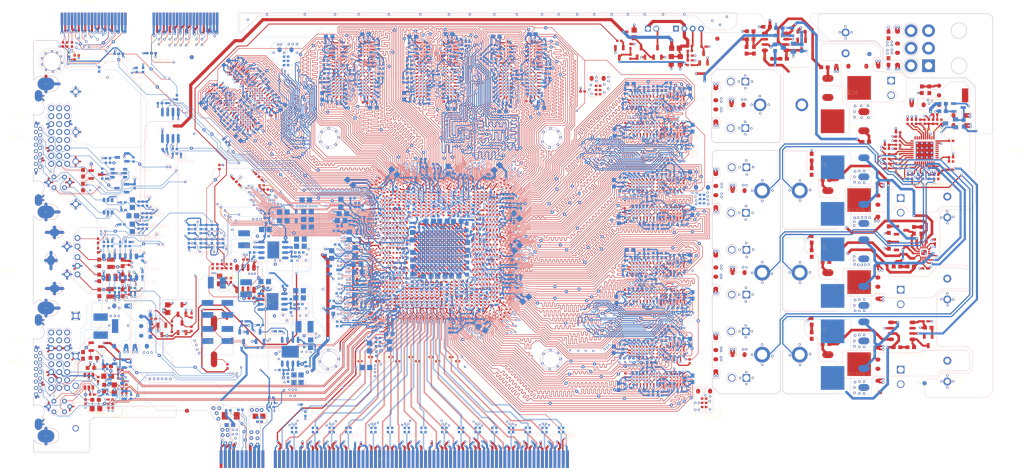
<source format=kicad_pcb>
(kicad_pcb (version 20211014) (generator pcbnew)

  (general
    (thickness 1.6)
  )

  (paper "A4")
  (layers
    (0 "F.Cu" signal)
    (31 "B.Cu" signal)
    (32 "B.Adhes" user "B.Adhesive")
    (33 "F.Adhes" user "F.Adhesive")
    (34 "B.Paste" user)
    (35 "F.Paste" user)
    (36 "B.SilkS" user "B.Silkscreen")
    (37 "F.SilkS" user "F.Silkscreen")
    (38 "B.Mask" user)
    (39 "F.Mask" user)
    (40 "Dwgs.User" user "User.Drawings")
    (41 "Cmts.User" user "User.Comments")
    (42 "Eco1.User" user "User.Eco1")
    (43 "Eco2.User" user "User.Eco2")
    (44 "Edge.Cuts" user)
    (45 "Margin" user)
    (46 "B.CrtYd" user "B.Courtyard")
    (47 "F.CrtYd" user "F.Courtyard")
    (48 "B.Fab" user)
    (49 "F.Fab" user)
    (50 "User.1" user)
    (51 "User.2" user)
    (52 "User.3" user)
    (53 "User.4" user)
    (54 "User.5" user)
    (55 "User.6" user)
    (56 "User.7" user)
    (57 "User.8" user)
    (58 "User.9" user)
  )

  (setup
    (pad_to_mask_clearance 0)
    (pcbplotparams
      (layerselection 0x00010fc_ffffffff)
      (disableapertmacros false)
      (usegerberextensions false)
      (usegerberattributes true)
      (usegerberadvancedattributes true)
      (creategerberjobfile true)
      (svguseinch false)
      (svgprecision 6)
      (excludeedgelayer true)
      (plotframeref false)
      (viasonmask false)
      (mode 1)
      (useauxorigin false)
      (hpglpennumber 1)
      (hpglpenspeed 20)
      (hpglpendiameter 15.000000)
      (dxfpolygonmode true)
      (dxfimperialunits true)
      (dxfusepcbnewfont true)
      (psnegative false)
      (psa4output false)
      (plotreference true)
      (plotvalue true)
      (plotinvisibletext false)
      (sketchpadsonfab false)
      (subtractmaskfromsilk false)
      (outputformat 1)
      (mirror false)
      (drillshape 1)
      (scaleselection 1)
      (outputdirectory "")
    )
  )

  (net 0 "")
  (net 1 "HSYNC_DAC2_B")
  (net 2 "HSYNC2")
  (net 3 "VSYNC_DAC1_B")
  (net 4 "GND")
  (net 5 "VSYNC_DAC2_B")
  (net 6 "VSYNC1")
  (net 7 "VSYNC2")
  (net 8 "+5V")
  (net 9 "HSYNC1")
  (net 10 "HSYNC_DAC1_B")
  (net 11 "+5V_VESA")
  (net 12 "+MVDD")
  (net 13 "XTALOUT")
  (net 14 "XTALIN")
  (net 15 "LDO6_VREF")
  (net 16 "LDO6_FB")
  (net 17 "+VDDCI_LDO")
  (net 18 "LDO6_VIN")
  (net 19 "N87118008")
  (net 20 "N87118444")
  (net 21 "LDO2_FB")
  (net 22 "+1.8V")
  (net 23 "LDO2_VIN")
  (net 24 "LDO_EN")
  (net 25 "N87118142")
  (net 26 "LDO3_FB")
  (net 27 "+1.1V")
  (net 28 "LDO3_VIN")
  (net 29 "N87118495")
  (net 30 "N87118038")
  (net 31 "+3.3V_BUS")
  (net 32 "N87118360")
  (net 33 "+12V_BUS")
  (net 34 "N87188969")
  (net 35 "+3.3V")
  (net 36 "+VDDCI")
  (net 37 "A_DAC2_B")
  (net 38 "A_B_DAC2_F")
  (net 39 "A_DAC2_G")
  (net 40 "A_G_DAC2_F")
  (net 41 "A_DAC2_R")
  (net 42 "A_R_DAC2_F")
  (net 43 "A_DAC1_B")
  (net 44 "A_B_DAC1_F")
  (net 45 "A_DAC1_G")
  (net 46 "A_G_DAC1_F")
  (net 47 "A_DAC1_R")
  (net 48 "A_R_DAC1_F")
  (net 49 "HSYNC_DAC2_R")
  (net 50 "DDCCLK_DAC2_R")
  (net 51 "VSYNC_DAC2_R")
  (net 52 "DDCDATA_DAC2_R")
  (net 53 "HSYNC_DAC1_R")
  (net 54 "DDCCLK_DAC1_R")
  (net 55 "VSYNC_DAC1_R")
  (net 56 "DDCDATA_DAC1_R")
  (net 57 "N86495082")
  (net 58 "N85769340")
  (net 59 "N85769021")
  (net 60 "+12V_EXT")
  (net 61 "N85769551")
  (net 62 "N85769539")
  (net 63 "UG2")
  (net 64 "BOOT2")
  (net 65 "BOOT1")
  (net 66 "UG1")
  (net 67 "LG2")
  (net 68 "APHASE_2")
  (net 69 "LG1")
  (net 70 "APHASE_1")
  (net 71 "PWM1")
  (net 72 "PWM2")
  (net 73 "PERST#")
  (net 74 "PERST#_BUF")
  (net 75 "THERMINT")
  (net 76 "GPU_DPLUS")
  (net 77 "GPU_DMINUS")
  (net 78 "LM63_PWM")
  (net 79 "SCL_R")
  (net 80 "SDA_R")
  (net 81 "N87528545")
  (net 82 "VDD_+5V")
  (net 83 "N86495804")
  (net 84 "MAD_4")
  (net 85 "MAD_5")
  (net 86 "MAD_8")
  (net 87 "MAD_7")
  (net 88 "MAD_6")
  (net 89 "MAD_9")
  (net 90 "MAD_0")
  (net 91 "MAD_1")
  (net 92 "MAD_2")
  (net 93 "MAD_11")
  (net 94 "MAD_10")
  (net 95 "MAD_3")
  (net 96 "MAD_BA1")
  (net 97 "MAD_BA0")
  (net 98 "RASD1B")
  (net 99 "CLKD1")
  (net 100 "WED1B")
  (net 101 "CSD1B_0")
  (net 102 "CLKD1B")
  (net 103 "CASD1B")
  (net 104 "DQMDB_5")
  (net 105 "DQMDB_7")
  (net 106 "DQMDB_6")
  (net 107 "DQMDB_4")
  (net 108 "DQD_45")
  (net 109 "DQD_46")
  (net 110 "DQD_58")
  (net 111 "DQD_62")
  (net 112 "DQD_63")
  (net 113 "DQD_61")
  (net 114 "DQD_56")
  (net 115 "DQD_59")
  (net 116 "DQD_48")
  (net 117 "DQD_51")
  (net 118 "DQD_49")
  (net 119 "DQD_50")
  (net 120 "DQD_44")
  (net 121 "DQD_52")
  (net 122 "DQD_54")
  (net 123 "DQD_53")
  (net 124 "DQD_55")
  (net 125 "DQD_37")
  (net 126 "DQD_39")
  (net 127 "DQD_36")
  (net 128 "DQD_38")
  (net 129 "DQD_35")
  (net 130 "DQD_34")
  (net 131 "DQD_47")
  (net 132 "DQD_33")
  (net 133 "DQD_32")
  (net 134 "DQD_43")
  (net 135 "DQD_42")
  (net 136 "DQD_41")
  (net 137 "DQD_40")
  (net 138 "DQD_57")
  (net 139 "DQD_60")
  (net 140 "QSD_5")
  (net 141 "QSD_7")
  (net 142 "QSD_6")
  (net 143 "QSD_4")
  (net 144 "DRAM_RST")
  (net 145 "MAD_BA2")
  (net 146 "N48570141")
  (net 147 "N48570039")
  (net 148 "N48570085")
  (net 149 "N48570109")
  (net 150 "QSDB_5")
  (net 151 "QSDB_7")
  (net 152 "QSDB_6")
  (net 153 "QSDB_4")
  (net 154 "CKED1")
  (net 155 "N48570117")
  (net 156 "RASD0B")
  (net 157 "CLKD0")
  (net 158 "WED0B")
  (net 159 "CSD0B_0")
  (net 160 "CLKD0B")
  (net 161 "CASD0B")
  (net 162 "DQMDB_1")
  (net 163 "DQMDB_2")
  (net 164 "DQMDB_3")
  (net 165 "DQMDB_0")
  (net 166 "DQD_13")
  (net 167 "DQD_12")
  (net 168 "DQD_20")
  (net 169 "DQD_23")
  (net 170 "DQD_18")
  (net 171 "DQD_19")
  (net 172 "DQD_16")
  (net 173 "DQD_17")
  (net 174 "DQD_31")
  (net 175 "DQD_30")
  (net 176 "DQD_24")
  (net 177 "DQD_25")
  (net 178 "DQD_15")
  (net 179 "DQD_28")
  (net 180 "DQD_27")
  (net 181 "DQD_29")
  (net 182 "DQD_26")
  (net 183 "DQD_5")
  (net 184 "DQD_7")
  (net 185 "DQD_4")
  (net 186 "DQD_6")
  (net 187 "DQD_3")
  (net 188 "DQD_1")
  (net 189 "DQD_14")
  (net 190 "DQD_2")
  (net 191 "DQD_0")
  (net 192 "DQD_8")
  (net 193 "DQD_9")
  (net 194 "DQD_10")
  (net 195 "DQD_11")
  (net 196 "DQD_21")
  (net 197 "DQD_22")
  (net 198 "QSD_1")
  (net 199 "QSD_2")
  (net 200 "QSD_3")
  (net 201 "QSD_0")
  (net 202 "N48569853")
  (net 203 "N48569969")
  (net 204 "N48569889")
  (net 205 "N48569804")
  (net 206 "QSDB_1")
  (net 207 "QSDB_2")
  (net 208 "QSDB_3")
  (net 209 "QSDB_0")
  (net 210 "CKED0")
  (net 211 "N48569967")
  (net 212 "MAC_4")
  (net 213 "MAC_5")
  (net 214 "MAC_8")
  (net 215 "MAC_7")
  (net 216 "MAC_6")
  (net 217 "MAC_9")
  (net 218 "MAC_0")
  (net 219 "MAC_1")
  (net 220 "MAC_2")
  (net 221 "MAC_11")
  (net 222 "MAC_10")
  (net 223 "MAC_3")
  (net 224 "MAC_BA1")
  (net 225 "MAC_BA0")
  (net 226 "RASC1B")
  (net 227 "CLKC1")
  (net 228 "WEC1B")
  (net 229 "CSC1B_0")
  (net 230 "CLKC1B")
  (net 231 "CASC1B")
  (net 232 "DQMCB_4")
  (net 233 "DQMCB_5")
  (net 234 "DQMCB_7")
  (net 235 "DQMCB_6")
  (net 236 "DQC_39")
  (net 237 "DQC_36")
  (net 238 "DQC_42")
  (net 239 "DQC_43")
  (net 240 "DQC_45")
  (net 241 "DQC_46")
  (net 242 "DQC_47")
  (net 243 "DQC_44")
  (net 244 "DQC_58")
  (net 245 "DQC_59")
  (net 246 "DQC_56")
  (net 247 "DQC_57")
  (net 248 "DQC_38")
  (net 249 "DQC_60")
  (net 250 "DQC_62")
  (net 251 "DQC_61")
  (net 252 "DQC_63")
  (net 253 "DQC_53")
  (net 254 "DQC_55")
  (net 255 "DQC_52")
  (net 256 "DQC_54")
  (net 257 "DQC_51")
  (net 258 "DQC_49")
  (net 259 "DQC_37")
  (net 260 "DQC_50")
  (net 261 "DQC_48")
  (net 262 "DQC_34")
  (net 263 "DQC_35")
  (net 264 "DQC_33")
  (net 265 "DQC_32")
  (net 266 "DQC_40")
  (net 267 "DQC_41")
  (net 268 "QSC_4")
  (net 269 "QSC_5")
  (net 270 "QSC_7")
  (net 271 "QSC_6")
  (net 272 "MAC_BA2")
  (net 273 "N48027876")
  (net 274 "N48027825")
  (net 275 "N48027848")
  (net 276 "N48027858")
  (net 277 "QSCB_4")
  (net 278 "QSCB_5")
  (net 279 "QSCB_7")
  (net 280 "QSCB_6")
  (net 281 "CKEC1")
  (net 282 "N48027864")
  (net 283 "RASC0B")
  (net 284 "CLKC0")
  (net 285 "WEC0B")
  (net 286 "CSC0B_0")
  (net 287 "CLKC0B")
  (net 288 "CASC0B")
  (net 289 "DQMCB_1")
  (net 290 "DQMCB_2")
  (net 291 "DQMCB_3")
  (net 292 "DQMCB_0")
  (net 293 "DQC_15")
  (net 294 "DQC_14")
  (net 295 "DQC_23")
  (net 296 "DQC_20")
  (net 297 "DQC_19")
  (net 298 "DQC_18")
  (net 299 "DQC_16")
  (net 300 "DQC_17")
  (net 301 "DQC_26")
  (net 302 "DQC_27")
  (net 303 "DQC_24")
  (net 304 "DQC_25")
  (net 305 "DQC_13")
  (net 306 "DQC_28")
  (net 307 "DQC_30")
  (net 308 "DQC_29")
  (net 309 "DQC_31")
  (net 310 "DQC_5")
  (net 311 "DQC_6")
  (net 312 "DQC_4")
  (net 313 "DQC_7")
  (net 314 "DQC_3")
  (net 315 "DQC_1")
  (net 316 "DQC_12")
  (net 317 "DQC_2")
  (net 318 "DQC_0")
  (net 319 "DQC_11")
  (net 320 "DQC_10")
  (net 321 "DQC_9")
  (net 322 "DQC_8")
  (net 323 "DQC_22")
  (net 324 "DQC_21")
  (net 325 "QSC_1")
  (net 326 "QSC_2")
  (net 327 "QSC_3")
  (net 328 "QSC_0")
  (net 329 "N48027732")
  (net 330 "N48027790")
  (net 331 "N48027750")
  (net 332 "N48027731")
  (net 333 "QSCB_1")
  (net 334 "QSCB_2")
  (net 335 "QSCB_3")
  (net 336 "QSCB_0")
  (net 337 "CKEC0")
  (net 338 "N48027789")
  (net 339 "MAB_4")
  (net 340 "MAB_5")
  (net 341 "MAB_8")
  (net 342 "MAB_7")
  (net 343 "MAB_6")
  (net 344 "MAB_9")
  (net 345 "MAB_0")
  (net 346 "MAB_1")
  (net 347 "MAB_2")
  (net 348 "MAB_11")
  (net 349 "MAB_10")
  (net 350 "MAB_3")
  (net 351 "MAB_BA1")
  (net 352 "MAB_BA0")
  (net 353 "RASB1B")
  (net 354 "CLKB1")
  (net 355 "WEB1B")
  (net 356 "CSB1B_0")
  (net 357 "CLKB1B")
  (net 358 "CASB1B")
  (net 359 "DQMBB_5")
  (net 360 "DQMBB_7")
  (net 361 "DQMBB_6")
  (net 362 "DQMBB_4")
  (net 363 "DQB_45")
  (net 364 "DQB_46")
  (net 365 "DQB_63")
  (net 366 "DQB_61")
  (net 367 "DQB_59")
  (net 368 "DQB_58")
  (net 369 "DQB_56")
  (net 370 "DQB_57")
  (net 371 "DQB_50")
  (net 372 "DQB_51")
  (net 373 "DQB_48")
  (net 374 "DQB_49")
  (net 375 "DQB_44")
  (net 376 "DQB_54")
  (net 377 "DQB_52")
  (net 378 "DQB_53")
  (net 379 "DQB_55")
  (net 380 "DQB_37")
  (net 381 "DQB_39")
  (net 382 "DQB_38")
  (net 383 "DQB_36")
  (net 384 "DQB_35")
  (net 385 "DQB_33")
  (net 386 "DQB_47")
  (net 387 "DQB_34")
  (net 388 "DQB_32")
  (net 389 "DQB_43")
  (net 390 "DQB_42")
  (net 391 "DQB_41")
  (net 392 "DQB_40")
  (net 393 "DQB_60")
  (net 394 "DQB_62")
  (net 395 "QSB_5")
  (net 396 "QSB_7")
  (net 397 "QSB_6")
  (net 398 "QSB_4")
  (net 399 "MAB_BA2")
  (net 400 "N49338068")
  (net 401 "N49337966")
  (net 402 "N49338012")
  (net 403 "N49337708")
  (net 404 "QSBB_5")
  (net 405 "QSBB_7")
  (net 406 "QSBB_6")
  (net 407 "QSBB_4")
  (net 408 "CKEB1")
  (net 409 "N49338044")
  (net 410 "RASB0B")
  (net 411 "CLKB0")
  (net 412 "WEB0B")
  (net 413 "CSB0B_0")
  (net 414 "CLKB0B")
  (net 415 "CASB0B")
  (net 416 "DQMBB_2")
  (net 417 "DQMBB_1")
  (net 418 "DQMBB_3")
  (net 419 "DQMBB_0")
  (net 420 "DQB_20")
  (net 421 "DQB_23")
  (net 422 "DQB_15")
  (net 423 "DQB_12")
  (net 424 "DQB_10")
  (net 425 "DQB_11")
  (net 426 "DQB_8")
  (net 427 "DQB_9")
  (net 428 "DQB_26")
  (net 429 "DQB_27")
  (net 430 "DQB_24")
  (net 431 "DQB_25")
  (net 432 "DQB_22")
  (net 433 "DQB_31")
  (net 434 "DQB_30")
  (net 435 "DQB_29")
  (net 436 "DQB_28")
  (net 437 "DQB_5")
  (net 438 "DQB_7")
  (net 439 "DQB_4")
  (net 440 "DQB_6")
  (net 441 "DQB_3")
  (net 442 "DQB_1")
  (net 443 "DQB_21")
  (net 444 "DQB_2")
  (net 445 "DQB_0")
  (net 446 "DQB_17")
  (net 447 "DQB_16")
  (net 448 "DQB_18")
  (net 449 "DQB_19")
  (net 450 "DQB_13")
  (net 451 "DQB_14")
  (net 452 "QSB_2")
  (net 453 "QSB_1")
  (net 454 "QSB_3")
  (net 455 "QSB_0")
  (net 456 "N49337776")
  (net 457 "N49337896")
  (net 458 "N49337065")
  (net 459 "N49337758")
  (net 460 "QSBB_2")
  (net 461 "QSBB_1")
  (net 462 "QSBB_3")
  (net 463 "QSBB_0")
  (net 464 "CKEB0")
  (net 465 "N49337894")
  (net 466 "MAA_4")
  (net 467 "MAA_5")
  (net 468 "MAA_8")
  (net 469 "MAA_7")
  (net 470 "MAA_6")
  (net 471 "MAA_9")
  (net 472 "MAA_0")
  (net 473 "MAA_1")
  (net 474 "MAA_2")
  (net 475 "MAA_11")
  (net 476 "MAA_10")
  (net 477 "MAA_3")
  (net 478 "MAA_BA1")
  (net 479 "MAA_BA0")
  (net 480 "RASA1B")
  (net 481 "CLKA1")
  (net 482 "WEA1B")
  (net 483 "CSA1B_0")
  (net 484 "CLKA1B")
  (net 485 "CASA1B")
  (net 486 "DQMAB_4")
  (net 487 "DQMAB_5")
  (net 488 "DQMAB_7")
  (net 489 "DQMAB_6")
  (net 490 "DQA_38")
  (net 491 "DQA_39")
  (net 492 "DQA_46")
  (net 493 "DQA_45")
  (net 494 "DQA_43")
  (net 495 "DQA_42")
  (net 496 "DQA_40")
  (net 497 "DQA_41")
  (net 498 "DQA_57")
  (net 499 "DQA_58")
  (net 500 "DQA_56")
  (net 501 "DQA_59")
  (net 502 "DQA_32")
  (net 503 "DQA_60")
  (net 504 "DQA_62")
  (net 505 "DQA_63")
  (net 506 "DQA_61")
  (net 507 "DQA_53")
  (net 508 "DQA_55")
  (net 509 "DQA_54")
  (net 510 "DQA_52")
  (net 511 "DQA_50")
  (net 512 "DQA_51")
  (net 513 "DQA_37")
  (net 514 "DQA_49")
  (net 515 "DQA_48")
  (net 516 "DQA_35")
  (net 517 "DQA_36")
  (net 518 "DQA_34")
  (net 519 "DQA_33")
  (net 520 "DQA_44")
  (net 521 "DQA_47")
  (net 522 "QSA_4")
  (net 523 "QSA_5")
  (net 524 "QSA_7")
  (net 525 "QSA_6")
  (net 526 "MAA_BA2")
  (net 527 "N25405207")
  (net 528 "N25405099")
  (net 529 "N25405147")
  (net 530 "N25405167")
  (net 531 "QSAB_4")
  (net 532 "QSAB_5")
  (net 533 "QSAB_7")
  (net 534 "QSAB_6")
  (net 535 "CKEA1")
  (net 536 "N25405181")
  (net 537 "RASA0B")
  (net 538 "CLKA0")
  (net 539 "WEA0B")
  (net 540 "CSA0B_0")
  (net 541 "CLKA0B")
  (net 542 "CASA0B")
  (net 543 "DQMAB_1")
  (net 544 "DQMAB_2")
  (net 545 "DQMAB_3")
  (net 546 "DQMAB_0")
  (net 547 "DQA_13")
  (net 548 "DQA_14")
  (net 549 "DQA_23")
  (net 550 "DQA_20")
  (net 551 "DQA_19")
  (net 552 "DQA_18")
  (net 553 "DQA_16")
  (net 554 "DQA_17")
  (net 555 "DQA_25")
  (net 556 "DQA_27")
  (net 557 "DQA_24")
  (net 558 "DQA_26")
  (net 559 "DQA_15")
  (net 560 "DQA_30")
  (net 561 "DQA_29")
  (net 562 "DQA_31")
  (net 563 "DQA_28")
  (net 564 "DQA_7")
  (net 565 "DQA_5")
  (net 566 "DQA_4")
  (net 567 "DQA_6")
  (net 568 "DQA_3")
  (net 569 "DQA_1")
  (net 570 "DQA_12")
  (net 571 "DQA_2")
  (net 572 "DQA_0")
  (net 573 "DQA_11")
  (net 574 "DQA_10")
  (net 575 "DQA_9")
  (net 576 "DQA_8")
  (net 577 "DQA_21")
  (net 578 "DQA_22")
  (net 579 "QSA_1")
  (net 580 "QSA_2")
  (net 581 "QSA_3")
  (net 582 "QSA_0")
  (net 583 "N25404817")
  (net 584 "N25405001")
  (net 585 "N25404871")
  (net 586 "N25404815")
  (net 587 "QSAB_1")
  (net 588 "QSAB_2")
  (net 589 "QSAB_3")
  (net 590 "QSAB_0")
  (net 591 "CKEA0")
  (net 592 "N25404999")
  (net 593 "ROMCSB_R")
  (net 594 "GPIO_10_R")
  (net 595 "GPIO_9_R")
  (net 596 "GPIO_8_R")
  (net 597 "LG3")
  (net 598 "APHASE_3")
  (net 599 "UG3")
  (net 600 "N86495166")
  (net 601 "PWM3")
  (net 602 "A_DAC1_BB")
  (net 603 "PETN6_GFXRN6")
  (net 604 "PETP6_GFXRP6")
  (net 605 "PETN7_GFXRN7")
  (net 606 "PETP7_GFXRP7")
  (net 607 "PETN8_GFXRN8")
  (net 608 "PETP8_GFXRP8")
  (net 609 "PETN9_GFXRN9")
  (net 610 "PETP9_GFXRP9")
  (net 611 "PETN10_GFXRN10")
  (net 612 "PETP10_GFXRP10")
  (net 613 "PETN11_GFXRN11")
  (net 614 "PETP11_GFXRP11")
  (net 615 "A_DAC1_RB")
  (net 616 "+PCIE_VDDR")
  (net 617 "GND_VSS1DI")
  (net 618 "+PCIE_PVDD")
  (net 619 "PETN0_GFXRN0")
  (net 620 "PETP0_GFXRP0")
  (net 621 "PETN1_GFXRN1")
  (net 622 "PETP1_GFXRP1")
  (net 623 "PETN2_GFXRN2")
  (net 624 "PETP2_GFXRP2")
  (net 625 "PETN3_GFXRN3")
  (net 626 "PETP3_GFXRP3")
  (net 627 "PETN4_GFXRN4")
  (net 628 "PETP4_GFXRP4")
  (net 629 "PETN5_GFXRN5")
  (net 630 "PETP5_GFXRP5")
  (net 631 "GND_AVSSQ")
  (net 632 "+AVDD")
  (net 633 "GFXTN6_PERN6")
  (net 634 "GFXTN7_PERN7")
  (net 635 "GFXTN8_PERN8")
  (net 636 "GFXTN9_PERN9")
  (net 637 "GFXTN10_PERN10")
  (net 638 "GFXTN11_PERN11")
  (net 639 "PCIE_REFCLKN")
  (net 640 "GFXTN0_PERN0")
  (net 641 "GFXTP0_PERP0")
  (net 642 "GFXTN1_PERN1")
  (net 643 "GFXTP1_PERP1")
  (net 644 "GFXTN2_PERN2")
  (net 645 "GFXTN3_PERN3")
  (net 646 "GFXTN4_PERN4")
  (net 647 "GFXTN5_PERN5")
  (net 648 "A_DAC1_GB")
  (net 649 "DDC4DATA")
  (net 650 "VID_3")
  (net 651 "A_DAC2_Y")
  (net 652 "A_DAC2_RB")
  (net 653 "T2X3M")
  (net 654 "A_DAC2_COMP")
  (net 655 "+T2PVDD")
  (net 656 "T2X3P")
  (net 657 "VID_1")
  (net 658 "VID_2")
  (net 659 "VID_6")
  (net 660 "VID_5")
  (net 661 "GPIO_22_ROMCSB")
  (net 662 "R2SET")
  (net 663 "T2X4M")
  (net 664 "GPIO_6")
  (net 665 "VID_4")
  (net 666 "T1X3M")
  (net 667 "+DPLL_PVDD")
  (net 668 "A_DAC2_C")
  (net 669 "+T2XVDD")
  (net 670 "T1X3P")
  (net 671 "GENERICC")
  (net 672 "DVPDATA_18")
  (net 673 "GND_PVSS")
  (net 674 "+DPLL_VDDC")
  (net 675 "DDC3DATA")
  (net 676 "+A2VDD")
  (net 677 "GND_T2PVSS")
  (net 678 "T1XCM")
  (net 679 "T1XCP")
  (net 680 "+VDDR_DVP")
  (net 681 "DVPDATA_21")
  (net 682 "+TXVDDR")
  (net 683 "T1X0M")
  (net 684 "T1X0P")
  (net 685 "T1X1M")
  (net 686 "T1X1P")
  (net 687 "T1X2M")
  (net 688 "T1X2P")
  (net 689 "+TPVDD")
  (net 690 "GND_TPVSS")
  (net 691 "T1X4P")
  (net 692 "T1X4M")
  (net 693 "GND_VSS2DI")
  (net 694 "+VDD2DI")
  (net 695 "T1X5P")
  (net 696 "T1X5M")
  (net 697 "T2XCP")
  (net 698 "T2XCM")
  (net 699 "T2X0P")
  (net 700 "T2X0M")
  (net 701 "T2X1P")
  (net 702 "T2X1M")
  (net 703 "T2X2P")
  (net 704 "T2X2M")
  (net 705 "A_DAC2_BB")
  (net 706 "A_DAC2_GB")
  (net 707 "VID_0")
  (net 708 "PLL_TEST")
  (net 709 "DDC4CLK")
  (net 710 "VID_7")
  (net 711 "DDC2DATA")
  (net 712 "T2X4P")
  (net 713 "T2X5M")
  (net 714 "T2X5P")
  (net 715 "DDC2CLK")
  (net 716 "+PCIE_VDDC")
  (net 717 "PETN14_GFXRN14")
  (net 718 "+VDDRHA")
  (net 719 "MVREFS_A")
  (net 720 "GND_VSSRHA")
  (net 721 "GFXTP14_PERP14")
  (net 722 "GFXTN14_PERN14")
  (net 723 "PETP15_GFXRP15")
  (net 724 "PETN15_GFXRN15")
  (net 725 "PETN12_GFXRN12")
  (net 726 "PETN13_GFXRN13")
  (net 727 "GFXTN15_PERN15")
  (net 728 "GFXTP15_PERP15")
  (net 729 "PETP13_GFXRP13")
  (net 730 "MVREFD_A")
  (net 731 "+MPVDD")
  (net 732 "GND_MPVSS")
  (net 733 "GND_VSSRHB")
  (net 734 "MVREFS_C")
  (net 735 "+VDDC")
  (net 736 "GND_VSSRHD")
  (net 737 "+VDDRHD")
  (net 738 "MVREFS_D")
  (net 739 "MVREFD_D")
  (net 740 "N72779223")
  (net 741 "PCIE_REFCLKP")
  (net 742 "GFXTP9_PERP9")
  (net 743 "GFXTP11_PERP11")
  (net 744 "GFXTP3_PERP3")
  (net 745 "GFXTN13_PERN13")
  (net 746 "GFXTP5_PERP5")
  (net 747 "GFXTN12_PERN12")
  (net 748 "GFXTP13_PERP13")
  (net 749 "GFXTP12_PERP12")
  (net 750 "DVPDATA_17")
  (net 751 "HPD1")
  (net 752 "DVPDATA_14")
  (net 753 "DVALID")
  (net 754 "GENERICA")
  (net 755 "MVREFS_B")
  (net 756 "DDC3CLK")
  (net 757 "GFXTP7_PERP7")
  (net 758 "+VDDRHC")
  (net 759 "MVREFD_C")
  (net 760 "MVREFD_B")
  (net 761 "+VDDRHB")
  (net 762 "PETP14_GFXRP14")
  (net 763 "GND_VSSRHC")
  (net 764 "+VDD1DI")
  (net 765 "DDC1CLK")
  (net 766 "DDC1DATA")
  (net 767 "GND_A2VSSQ")
  (net 768 "RSET")
  (net 769 "N16984571")
  (net 770 "GFXTP6_PERP6")
  (net 771 "N16984567")
  (net 772 "GFXTP4_PERP4")
  (net 773 "TEST_EN")
  (net 774 "GFXTP2_PERP2")
  (net 775 "PETP12_GFXRP12")
  (net 776 "GFXTP10_PERP10")
  (net 777 "GFXTP8_PERP8")
  (net 778 "GPIO_12")
  (net 779 "N74256579")
  (net 780 "DVPDATA_23")
  (net 781 "+A2VDDQ")
  (net 782 "DVPDATA_9")
  (net 783 "DVPCNTL_2")
  (net 784 "GPIO_9")
  (net 785 "GPIO_0")
  (net 786 "DVPDATA_15")
  (net 787 "GPIO_5")
  (net 788 "GPIO_1")
  (net 789 "GPIO_3")
  (net 790 "GPIO_17_INT")
  (net 791 "GPIO_4")
  (net 792 "PSYNC")
  (net 793 "N52040509")
  (net 794 "DVPCNTL_1")
  (net 795 "+VDD_CT")
  (net 796 "N52040505")
  (net 797 "DVPDATA_10")
  (net 798 "GPIO_11")
  (net 799 "DVPDATA_20")
  (net 800 "GENERICB")
  (net 801 "DVPDATA_19")
  (net 802 "DVPDATA_5")
  (net 803 "DVPDATA_8")
  (net 804 "DVPDATA_7")
  (net 805 "DVPDATA_3")
  (net 806 "PCIE_CLK_REQB")
  (net 807 "JTAG_MODE")
  (net 808 "DVPCNTL_0")
  (net 809 "DVPDATA_6")
  (net 810 "DVPDATA_11")
  (net 811 "DVOCLK")
  (net 812 "DVPDATA_4")
  (net 813 "DVPDATA_0")
  (net 814 "DVPDATA_1")
  (net 815 "DVPDATA_2")
  (net 816 "DVP_MVP_CNTL_1")
  (net 817 "DVP_MVP_CNTL_0")
  (net 818 "HPD2")
  (net 819 "DVPDATA_12")
  (net 820 "GPIO_8")
  (net 821 "VREFG")
  (net 822 "GPIO_10")
  (net 823 "GPIO_13")
  (net 824 "TS_FDO")
  (net 825 "DVPDATA_13")
  (net 826 "GPIO_7")
  (net 827 "GPIO_2")
  (net 828 "DVPDATA_22")
  (net 829 "DVPDATA_16")
  (net 830 "N49971242")
  (net 831 "N72974574")
  (net 832 "TACH")
  (net 833 "N87189147")
  (net 834 "N49971220")
  (net 835 "N49971448")
  (net 836 "N72984167")
  (net 837 "N87189157")
  (net 838 "N87189202")
  (net 839 "PWM")
  (net 840 "N81403017")
  (net 841 "DDCCLK_DAC2_5V")
  (net 842 "DDCDATA_DAC2_5V")
  (net 843 "DDCCLK_DAC1_5V")
  (net 844 "DDCDATA_DAC1_5V")
  (net 845 "GENERICB_R")
  (net 846 "DVALID_R")
  (net 847 "PIN6")
  (net 848 "JTDI")
  (net 849 "JTDO")
  (net 850 "N84002959")
  (net 851 "N86495700")
  (net 852 "N86495698")
  (net 853 "LVT_EN")
  (net 854 "N87188971")
  (net 855 "N73051201")
  (net 856 "N73046901")
  (net 857 "N85769033")
  (net 858 "N85769031")
  (net 859 "N49971328")
  (net 860 "N21778115")
  (net 861 "N26590941")
  (net 862 "N42099087")
  (net 863 "PWM3_VIN")
  (net 864 "N86495503")
  (net 865 "PWM2_VIN")
  (net 866 "N86494416")
  (net 867 "PWM1_VIN")
  (net 868 "N86496210")
  (net 869 "PERN0")
  (net 870 "PERN1")
  (net 871 "PERN10")
  (net 872 "PERN11")
  (net 873 "PERN12")
  (net 874 "PERN13")
  (net 875 "PERN14")
  (net 876 "PERN15")
  (net 877 "PERN2")
  (net 878 "PERN3")
  (net 879 "PERN4")
  (net 880 "PERN5")
  (net 881 "PERN6")
  (net 882 "PERN7")
  (net 883 "PERN8")
  (net 884 "PERN9")
  (net 885 "PERP0")
  (net 886 "PERP1")
  (net 887 "PERP10")
  (net 888 "PERP11")
  (net 889 "PERP12")
  (net 890 "PERP13")
  (net 891 "PERP14")
  (net 892 "PERP15")
  (net 893 "PERP2")
  (net 894 "PERP3")
  (net 895 "PERP4")
  (net 896 "PERP5")
  (net 897 "PERP6")
  (net 898 "PERP7")
  (net 899 "PERP8")
  (net 900 "PERP9")
  (net 901 "PRESENCE")
  (net 902 "DAC2_COMP_F")
  (net 903 "DAC2_C_F")
  (net 904 "DAC2_Y_F")
  (net 905 "HPD_DVI1")
  (net 906 "HPD_DVI2")
  (net 907 "N85769402")
  (net 908 "N85769514")
  (net 909 "N85769388")
  (net 910 "N85769537")
  (net 911 "N85769434")
  (net 912 "N85769464")
  (net 913 "N85769062")
  (net 914 "N86494319")
  (net 915 "N85769214")
  (net 916 "N86495541")
  (net 917 "N86495162")
  (net 918 "N86494866")
  (net 919 "N86496570")
  (net 920 "N86496268")
  (net 921 "N86494727")
  (net 922 "N86494729")
  (net 923 "N86494909")
  (net 924 "N86494873")
  (net 925 "N86495210")
  (net 926 "VID_SEL")
  (net 927 "N86495035")
  (net 928 "N86496297")
  (net 929 "N86496246")
  (net 930 "N86495047")
  (net 931 "N86495281")
  (net 932 "AICSN24")
  (net 933 "AICSN35")
  (net 934 "ACISP1")
  (net 935 "ACISP2")
  (net 936 "ACISP3")
  (net 937 "N86494646")
  (net 938 "N86495516")
  (net 939 "N86494697")
  (net 940 "N864960700")
  (net 941 "N864966460")
  (net 942 "N864945390")
  (net 943 "N86494757")
  (net 944 "N86495338")
  (net 945 "AICSN1")
  (net 946 "N86495180")

  (footprint "RES1608_1" (layer "F.Cu") (at -41.995377 83.351007 90))

  (footprint "560UF_4V_R71D55_1" (layer "F.Cu") (at 112.526615 48.540002 180))

  (footprint "CAP1005_1" (layer "F.Cu") (at 158.246615 39.904002 180))

  (footprint "CAP1608_1" (layer "F.Cu") (at -40.69538 60.551002))

  (footprint "GEOM0012_1" (layer "F.Cu") (at 162.564615 66.828002 180))

  (footprint "CHK4417C_3R3S01_1" (layer "F.Cu") (at 122.686615 22.632002 90))

  (footprint "C1206_113_1" (layer "F.Cu") (at 112.526615 62.891002 180))

  (footprint "CAP1608_1" (layer "F.Cu") (at 153.776215 61.443202 90))

  (footprint "RES1005_1" (layer "F.Cu") (at 148.086615 32.220502 -90))

  (footprint "TP055PRI_1" (layer "F.Cu") (at 25.604615 84.151005))

  (footprint "CAP1005_1" (layer "F.Cu") (at 154.055615 26.696002))

  (footprint "RES1005_1" (layer "F.Cu") (at 21.104624 64.950993 180))

  (footprint "RES1005_1" (layer "F.Cu") (at 154.119115 39.904002))

  (footprint "IND2012_1" (layer "F.Cu") (at -37.895385 60.651001))

  (footprint "RES1608_1" (layer "F.Cu") (at 148.543815 52.578602 180))

  (footprint "RES1005_1" (layer "F.Cu") (at 20.204625 63.750995 180))

  (footprint "TP089X043_1" (layer "F.Cu") (at -26.411385 8.090502))

  (footprint "RES1005_1" (layer "F.Cu") (at 150.753615 36.729002 90))

  (footprint "TP089X043_1" (layer "F.Cu") (at -19.895396 8.305005))

  (footprint "IND2012_1" (layer "F.Cu") (at -38.095385 67.751013))

  (footprint "RES1005_1" (layer "F.Cu") (at 42.404606 21.851003 -90))

  (footprint "RES1005_1" (layer "F.Cu") (at -49.395388 8.151005 180))

  (footprint "RES1005_1" (layer "F.Cu") (at 20.204625 68.651011))

  (footprint "GEOM0013_1" (layer "F.Cu") (at 96.397615 11.964002))

  (footprint "SOT23_3PIN_1" (layer "F.Cu") (at 151.515615 52.731002 -90))

  (footprint "TP055PRI_1" (layer "F.Cu") (at 24.704616 83.151007))

  (footprint "CAP1005_1" (layer "F.Cu") (at 163.453615 35.205002 90))

  (footprint "RES1005_1" (layer "F.Cu") (at 21.104624 57.651007))

  (footprint "C1206_113_1" (layer "F.Cu") (at 165.485615 27.585002))

  (footprint "SO8_1" (layer "F.Cu") (at -5.653895 64.361205 180))

  (footprint "RES1608_1" (layer "F.Cu") (at 133.105187 13.615002 90))

  (footprint "TP055PRI_1" (layer "F.Cu") (at 44.004603 83.151007))

  (footprint "RES1005_1" (layer "F.Cu") (at -0.795383 42.951011 -90))

  (footprint "SOIC8_1" (layer "F.Cu") (at 121.416615 7.519002 90))

  (footprint "SOT23_3PIN_1" (layer "F.Cu") (at 93.095615 10.059002))

  (footprint "TP089X043_1" (layer "F.Cu") (at -10.545377 48.000989))

  (footprint "TP089X043_1" (layer "F.Cu") (at -7.995394 50.450996))

  (footprint "TP089X043_1" (layer "F.Cu") (at -26.395383 6.905008))

  (footprint "CAP1005_1" (layer "F.Cu") (at -28.010391 75.771012))

  (footprint "CAP1005_1" (layer "F.Cu") (at -40.995379 88.450997))

  (footprint "SOT23_3PIN_1" (layer "F.Cu") (at -20.895394 71.751005))

  (footprint "RES1005_1" (layer "F.Cu") (at 150.753615 34.443002 -90))

  (footprint "CAP1005_1" (layer "F.Cu") (at 104.271615 94.133002 90))

  (footprint "560UF_4V_R71D55_1" (layer "F.Cu") (at 112.653615 37.618002 180))

  (footprint "CAP1005_1" (layer "F.Cu") (at 78.871615 18.060002 90))

  (footprint "RES1005_1" (layer "F.Cu") (at -12.407882 61.361211 180))

  (footprint "RES1005_1" (layer "F.Cu") (at -2.39538 68.95101 180))

  (footprint "RES1005_1" (layer "F.Cu") (at 21.104624 62.550998 180))

  (footprint "SOIC8_1" (layer "F.Cu") (at 151.642615 76.861002 90))

  (footprint "RES1005_1" (layer "F.Cu") (at 20.204625 61.251 180))

  (footprint "RES1005_1" (layer "F.Cu") (at 100.842615 10.821002 90))

  (footprint "RES1005_1" (layer "F.Cu") (at 161.167615 26.696002 180))

  (footprint "RES1005_1" (layer "F.Cu") (at 159.643615 24.918002 90))

  (footprint "RES1005_1" (layer "F.Cu") (at -7.495395 41.450989 -135))

  (footprint "RES1005_1" (layer "F.Cu") (at -27.700384 73.951 -90))

  (footprint "CAP1608_1" (layer "F.Cu") (at 130.052615 54.890002 180))

  (footprint "TP089X043_1" (layer "F.Cu") (at -16.095378 8.205005))

  (footprint "C1206_113_1" (layer "F.Cu") (at 150.626615 11.583002 -90))

  (footprint "RES1005_1" (layer "F.Cu") (at 20.204625 66.25099))

  (footprint "RES1005_1" (layer "F.Cu") (at -1.395382 66.751015 180))

  (footprint "GEOM0002_1" (layer "F.Cu") (at 40.004611 14.151018 180))

  (footprint "CAP1005_1" (layer "F.Cu") (at -38.495384 94.851009))

  (footprint "GEOM0010_1" (layer "F.Cu") (at -56.98539 59.970993 180))

  (footprint "CAP1005_1" (layer "F.Cu") (at -5.653794 59.761316 -90))

  (footprint "DPAKSGD_1" (layer "F.Cu") (at 137.677187 18.568002 -90))

  (footprint "TP089X043_1" (layer "F.Cu") (at 21.304623 48.351001))

  (footprint "GEOM0012_1" (layer "F.Cu") (at 138.185187 7.773002))

  (footprint "TP055PRI_1" (layer "F.Cu") (at 33.604624 83.151007))

  (footprint "560UF_4V_R71D55_1" (layer "F.Cu") (at 112.399615 17.044002 180))

  (footprint "HD2MM1X4_KEY_1" (layer "F.Cu") (at 97.540615 4.344002))

  (footprint "RES1608_1" (layer "F.Cu") (at -44.595397 42.351013))

  (footprint "C1206_113_1" (layer "F.Cu") (at 107.065615 80.036002 90))

  (footprint "GEOM0002_1" (layer "F.Cu") (at 93.004607 85.151003 90))

  (footprint "RES1005_1" (layer "F.Cu") (at -1.795381 41.951013 90))

  (footprint "RES1005_1" (layer "F.Cu") (at 150.753615 35.586002 90))

  (footprint "RES1005_1" (layer "F.Cu") (at 150.753615 30.252002 -90))

  (footprint "GEOM0007_1" (layer "F.Cu") (at 122.686615 62.891002 90))

  (footprint "TP055PRI_1" (layer "F.Cu") (at 28.804608 83.151007))

  (footprint "RES1005_1" (layer "F.Cu") (at -8.795393 79.25099))

  (footprint "C1206_113_1" (layer "F.Cu") (at 107.065615 25.172002 -90))

  (footprint "C1206_113_1" (layer "F.Cu") (at 107.065615 40.666002 90))

  (footprint "GEOM0008_1" (layer "F.Cu") (at -37.095387 90.750992))

  (footprint "RES1005_1" (layer "F.Cu") (at -23.295389 77.596002))

  (footprint "RES1005_1" (layer "F.Cu") (at -35.195391 87.750998))

  (footprint "F_PAD_M120_1" (layer "F.Cu") (at -19.680385 96.038002))

  (footprint "GEOM0008_1" (layer "F.Cu") (at -41.495378 95.551008 -90))

  (footprint "IND2012_1" (layer "F.Cu") (at -37.695386 64.050995 90))

  (footprint "RES1608_1" (layer "F.Cu") (at 115.320615 4.979002 90))

  (footprint "TP089X043_1" (layer "F.Cu") (at -19.895396 6.905008))

  (footprint "GEOM0004_1" (layer "F.Cu") (at -52.068382 12.231007))

  (footprint "RES1005_1" (layer "F.Cu") (at -40.995379 57.551008 180))

  (footprint "GEOM0008_1" (layer "F.Cu") (at -38.695384 87.750998 -90))

  (footprint "RES1608_1" (layer "F.Cu") (at 130.052615 78.004002))

  (footprint "RES1005_1" (layer "F.Cu") (at 150.753615 31.268002 -90))

  (footprint "RES1005_1" (layer "F.Cu") (at 20.204625 71.151006 180))

  (footprint "C1206_113_1" (layer "F.Cu") (at 155.452615 22.632002 180))

  (footprint "RES1005_1" (layer "F.Cu") (at 156.659115 39.904002))

  (footprint "RES1005_1" (layer "F.Cu") (at 75.144622 19.430992 90))

  (footprint "RES1005_1" (layer "F.Cu") (at -4.253797 69.061195 -90))

  (footprint "RES1005_1" (layer "F.Cu") (at 148.086615 37.872002 90))

  (footprint "CAP1608_1" (layer "F.Cu") (at 148.467615 12.218002))

  (footprint "TP055PRI_1" (layer "F.Cu") (at 31.204603 84.151005))

  (footprint "CAP1005_1" (layer "F.Cu") (at 159.580115 55.423402 180))

  (footprint "GEOM0002_1" (layer "F.Cu") (at 93.004607 25.150996 90))

  (footprint "CAP1005_1" (layer "F.Cu") (at 104.271615 93.117002 90))

  (footprint "CAP1608_1" (layer "F.Cu") (at -35.095391 64.150994 180))

  (footprint "CAP1608_1" (layer "F.Cu") (at 150.499615 80.798002 -90))

  (footprint "RES1005_1" (layer "F.Cu") (at 85.404622 27.450992 180))

  (footprint "TP089X043_1" (layer "F.Cu") (at -23.795388 8.305005))

  (footprint "RES1005_1" (layer "F.Cu") (at 163.453615 36.221002 90))

  (footprint "RES1005_1" (layer "F.Cu") (at 0.904613 24.850997 -45))

  (footprint "CAP1608_1" (layer "F.Cu") (at 130.052615 35.205002 180))

  (footprint "GEOM0002_1" (layer "F.Cu")
    (tedit 0) (tstamp 5ac10dac-462c-495e-aa10-ea4eb31f7636)
    (at 20.004626 14.151018 180)
    (fp_text reference "U501" (at -1.905 -1.905 unlocked) (layer "F.SilkS")
      (effects (font (size 0.83312 0.8763) (thickness 0.0254)))
      (tstamp 403cb1d4-0b0d-46db-9b89-136f7ef5a5c5)
    )
    (fp_text value "{Value}" (at 0 0 unlocked) (layer "F.SilkS") hide
      (effects (font (size 0 0)))
      (tstamp 4dac1fb1-6afc-4060-bcd8-e7a826bf3851)
    )
    (pad "A1" smd circle (at -4.399991 -6.399987 180) (size 0.3556 0.3556) (layers "F.Cu" "F.Paste" "F.Mask")
      (net 12 "+MVDD") (tstamp 024bd8fd-a64e-491f-8f0a-317ffd164a90))
    (pad "A2" smd circle (at -3.599993 -6.400013 180) (size 0.3556 0.3556) (layers "F.Cu" "F.Paste" "F.Mask")
      (net 12 "+MVDD") (tstamp f0e48c0b-fe2e-4b58-8cc8-0d2ae0149d37))
    (pad "A3" smd circle (at -2.799994 -6.400013 180) (size 0.3556 0.3556) (layers "F.Cu" "F.Paste" "F.Mask")
      (net 4 "GND") (tstamp 87385601-766a-40e4-a00d-987f94cd46aa))
    (pad "A4" smd circle (at -1.999996 -6.400013 180) (size 0.3556 0.3556) (layers "F.Cu" "F.Paste" "F.Mask")
      (net 211 "N48569967") (tstamp 23017d29-91b5-495f-bbd3-1a1b0c5a5c9e))
    (pad "A9" smd circle (at 1.999996 -6.400013 180) (size 0.3556 0.3556) (layers "F.Cu" "F.Paste" "F.Mask")
      (net 12 "+MVDD") (tstamp 8ce72253-ca85-445d-8532-8e1e9d179eb3))
    (pad "A10" smd circle (at 2.799994 -6.400013 180) (size 0.3556 0.3556) (layers "F.Cu" "F.Paste" "F.Mask")
      (net 4 "GND") (tstamp 43c969af-6519-4fdf-85f3-d5d737a768f4))
    (pad "A11" smd circle (at 3.599993 -6.400013 180) (size 0.3556 0.3556) (layers "F.Cu" "F.Paste" "F.Mask")
      (net 12 "+MVDD") (tstamp ee09ee0b-d365-47d3-97c3-1c3c4a782d70))
    (pad "A12" smd circle (at 4.399991 -6.399987 180) (size 0.3556 0.3556) (layers "F.Cu" "F.Paste" "F.Mask")
      (net 12 "+MVDD") (tstamp 4bac2787-f775-463d-b1ee-46efb821a05d))
    (pad "B1" smd circle (at -4.399991 -5.599989 180) (size 0.3556 0.3556) (layers "F.Cu" "F.Paste" "F.Mask")
      (net 4 "GND") (tstamp 8210d5cb-574e-4003-8ec9-de202a407760))
    (pad "B2" smd circle (at -3.599993 -5.599989 180) (size 0.3556 0.3556) (layers "F.Cu" "F.Paste" "F.Mask")
      (net 166 "DQD_13") (tstamp 37835b81-aca1-4505-a28a-21af67e23500))
    (pad "B3" smd circle (at -2.799994 -5.599989 180) (size 0.3556 0.3556) (layers "F.Cu" "F.Paste" "F.Mask")
      (net 167 "DQD_12") (tstamp b01f95be-d4ab-465b-bcba-fe4f6a43ef7a))
    (pad "B4" smd circle (at -1.999996 -5.599989 180) (size 0.3556 0.3556) (layers "F.Cu" "F.Paste" "F.Mask")
      (net 4 "GND") (tstamp b1603fff-508a-45bd-beec-ca35fd72aed1))
    (pad "B9" smd circle (at 1.999996 -5.599989 180) (size 0.3556 0.3556) (layers "F.Cu" "F.Paste" "F.Mask")
      (net 4 "GND") (tstamp 27af8768-5c38-42b0-9c32-458b6bb70785))
    (pad "B10" smd circle (at 2.799994 -5.599989 180) (size 0.3556 0.3556) (layers "F.Cu" "F.Paste" "F.Mask")
      (net 197 "DQD_22") (tstamp 9a2ff4ad-c290-4b4a-abce-2100cdf76ee8))
    (pad "B11" smd circle (at 3.599993 -5.599989 180) (size 0.3556 0.3556) (layers "F.Cu" "F.Paste" "F.Mask")
      (net 196 "DQD_21") (tstamp 9d717630-0c5e-4225-b71c-e3b9f1457e18))
    (pad "B12" smd circle (at 4.399991 -5.599989 180) (size 0.3556 0.3556) (layers "F.Cu" "F.Paste" "F.Mask")
      (net 4 "GND") (tstamp d785d38d-cedb-4429-9d8d-6f0c9df0bf61))
    (pad "C1" smd circle (at -4.399991 -4.79999 180) (size 0.3556 0.3556) (layers "F.Cu" "F.Paste" "F.Mask")
      (net 12 "+MVDD") (tstamp 760b9ba1-3e7a-4c2a-83fc-983e8ae5ef33))
    (pad "C2" smd circle (at -3.599993 -4.79999 180) (size 0.3556 0.3556) (layers "F.Cu" "F.Paste" "F.Mask")
      (net 178 "DQD_15") (tstamp 7ced38e9-15c1-412a-9541-a540189997cf))
    (pad "C3" smd circle (at -2.799994 -4.79999 180) (size 0.3556 0.3556) (layers "F.Cu" "F.Paste" "F.Mask")
      (net 189 "DQD_14") (tstamp 8f49ead1-04a6-4b4e-8888-c5708da82fad))
    (pad "C4" smd circle (at -1.999996 -4.79999 180) (size 0.3556 0.3556) (layers "F.Cu" "F.Paste" "F.Mask")
      (net 12 "+MVDD") (tstamp 5e77aaca-6ce6-4214-ac6c-de03aa98a1ec))
    (pad "C9" smd circle (at 1.999996 -4.79999 180) (size 0.3556 0.3556) (layers "F.Cu" "F.Paste" "F.Mask")
      (net 12 "+MVDD") (tstamp 957a3a6e-0427-4334-8874-8ba4710744db))
    (pad "C10" smd circle (at 2.799994 -4.79999 180) (size 0.3556 0.3556) (layers "F.Cu" "F.Paste" "F.Mask")
      (net 169 "DQD_23") (tstamp fa98c30a-3776-4753-b388-ec42a529632c))
    (pad "C11" smd circle (at 3.599993 -4.79999 180) (size 0.3556 0.3556) (layers "F.Cu" "F.Paste" "F.Mask")
      (net 168 "DQD_20") (tstamp 916e1771-6328-4e91-a68a-28930619bd61))
    (pad "C12" smd circle (at 4.399991 -4.79999 180) (size 0.3556 0.3556) (layers "F.Cu" "F.Paste" "F.Mask")
      (net 12 "+MVDD") (tstamp 9823de61-c585-46cf-b840-5268852b6001))
    (pad "D1" smd circle (at -4.399991 -3.999992 180) (size 0.3556 0.3556) (layers "F.Cu" "F.Paste" "F.Mask")
      (net 4 "GND") (tstamp e188f1ae-81fe-4109-8099-86c7a1b8ec19))
    (pad "D2" smd circle (at -3.599993 -3.999992 180) (size 0.3556 0.3556) (layers "F.Cu" "F.Paste" "F.Mask")
      (net 206 "QSDB_1") (tstamp 5aa6a3e0-3427-4112-9953-f7efaf7e5521))
    (pad "D3" smd circle (at -2.799994 -3.999992 180) (size 0.3556 0.3556) (layers "F.Cu" "F.Paste" "F.Mask")
      (net 198 "QSD_1") (tstamp c29be3fc-2567-476f-8560-fe214718f447))
    (pad "D4" smd circle (at -1.999996 -3.999992 180) (size 0.3556 0.3556) (layers "F.Cu" "F.Paste" "F.Mask")
      (net 4 "GND") (tstamp d9b207dc-8c0b-472e-9c52-74f223c1ee32))
    (pad "D9" smd circle (at 1.999996 -3.999992 180) (size 0.3556 0.3556) (layers "F.Cu" "F.Paste" "F.Mask")
      (net 4 "GND") (tstamp 612fb7dc-ec95-458f-bb1d-d0f0634edf7c))
    (pad "D10" smd circle (at 2.799994 -3.999992 180) (size 0.3556 0.3556) (layers "F.Cu" "F.Paste" "F.Mask")
      (net 199 "QSD_2") (tstamp d3bb8a58-8974-4dea-88c2-f3836b02f1a8))
    (pad "D11" smd circle (at 3.599993 -3.999992 180) (size 0.3556 0.3556) (layers "F.Cu" "F.Paste" "F.Mask")
      (net 207 "QSDB_2") (tstamp 9615aa6d-59ed-4d0a-b32a-14e700e8e787))
    (pad "D12" smd circle (at 4.399991 -3.999992 180) (size 0.3556 0.3556) (layers "F.Cu" "F.Paste" "F.Mask")
      (net 4 "GND") (tstamp 4fa35525-5dfd-4c7e-b5a7-ed70919cb859))
    (pad "E1" smd circle (at -4.399991 -3.199994 180) (size 0.3556 0.3556) (layers "F.Cu" "F.Paste" "F.Mask")
      (net 12 "+MVDD") (tstamp 93de4c39-72a1-40ac-94dd-3e0c7e1925b7))
    (pad "E2" smd circle (at -3.599993 -3.199994 180) (size 0.3556 0.3556) (layers "F.Cu" "F.Paste" "F.Mask")
      (net 192 "DQD_8") (tstamp 759d32e5-a028-438f-ba2b-75e09041ddd7))
    (pad "E3" smd circle (at -2.799994 -3.199994 180) (size 0.3556 0.3556) (layers "F.Cu" "F.Paste" "F.Mask")
      (net 162 "DQMDB_1") (tstamp e0191e19-df5d-402e-b769-887217c4455a))
    (pad "E4" smd circle (at -1.999996 -3.199994 180) (size 0.3556 0.3556) (layers "F.Cu" "F.Paste" "F.Mask")
      (net 12 "+MVDD") (tstamp 3f48d03b-ebce-4079-a118-cb0895ccbe40))
    (pad "E9" smd circle (at 1.999996 -3.199994 180) (size 0.3556 0.3556) (layers "F.Cu" "F.Paste" "F.Mask")
      (net 12 "+MVDD") (tstamp a2bb68ca-3823-4bbe-bab0-1910ffae5979))
    (pad "E10" smd circle (at 2.799994 -3.199994 180) (size 0.3556 0.3556) (layers "F.Cu" "F.Paste" "F.Mask")
      (net 163 "DQMDB_2") (tstamp 353d8a02-4cbe-4d9c-9b62-ed807b929320))
    (pad "E11" smd circle (at 3.599993 -3.199994 180) (size 0.3556 0.3556) (layers "F.Cu" "F.Paste" "F.Mask")
      (net 170 "DQD_18") (tstamp 0ea72ebb-c6f1-466b-80d2-65a0da41e36a))
    (pad "E12" smd circle (at 4.399991 -3.199994 180) (size 0.3556 0.3556) (layers "F.Cu" "F.Paste" "F.Mask")
      (net 12 "+MVDD") (tstamp 488a7974-c763-4f17-a343-9507dd57d39e))
    (pad "F1" smd circle (at -4.399991 -2.399995 180) (size 0.3556 0.3556) (layers "F.Cu" "F.Paste" "F.Mask")
      (net 12 "+MVDD") (tstamp f2339d05-bc5b-45a2-a51f-a7b34544dd6c))
    (pad "F2" smd circle (at -3.599993 -2.399995 180) (size 0.3556 0.3556) (layers "F.Cu" "F.Paste" "F.Mask")
      (net 194 "DQD_10") (tstamp ebeb07d6-f9f0-4632-8899-82afe0fdb82e))
    (pad "F3" smd circle (at -2.799994 -2.399995 180) (size 0.3556 0.3556) (layers "F.Cu" "F.Paste" "F.Mask")
      (net 193 "DQD_9") (tstamp 5268d373-7a9e-4e94-866f-89803e9f15bc))
    (pad "F4" smd circle (at -1.999996 -2.399995 180) (size 0.3556 0.3556) (layers "F.Cu" "F.Paste" "F.Mask")
      (net 159 "CSD0B_0") (tstamp d1093a5c-8598-40ef-bb16-76d4181d89df))
    (pad "F9" smd circle (at 1.999996 -2.399995 180) (size 0.3556 0.3556) (layers "F.Cu" "F.Paste" "F.Mask")
      (net 161 "CASD0B") (tstamp 371f0a1c-d455-47f9-8df2-ceb7d2d2554b))
    (pad "F10" smd circle (at 2.799994 -2.399995 180) (size 0.3556 0.3556) (layers "F.Cu
... [6956944 chars truncated]
</source>
